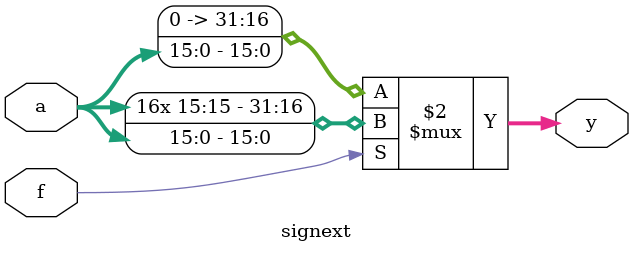
<source format=v>
`timescale 1ns / 1ps

module signext # (parameter width=16)
(
    input [width-1:0]a,
    input f,
    output [31:0]y
    );
    assign y=(f==1)?{{32-width{a[width-1]}},a}:{{32-width{1'b0}},a};
endmodule

</source>
